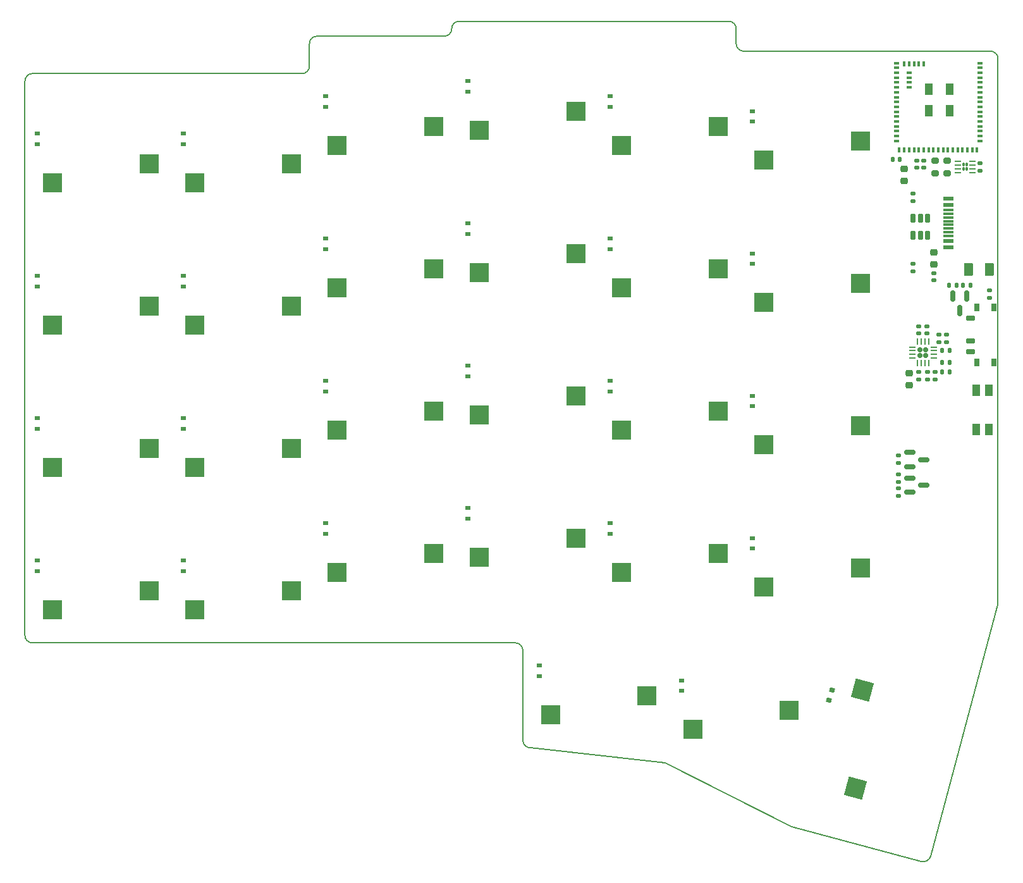
<source format=gbr>
%TF.GenerationSoftware,KiCad,Pcbnew,(6.0.4)*%
%TF.CreationDate,2022-08-07T10:29:28-07:00*%
%TF.ProjectId,Conejo,436f6e65-6a6f-42e6-9b69-6361645f7063,v1.0.0*%
%TF.SameCoordinates,Original*%
%TF.FileFunction,Paste,Bot*%
%TF.FilePolarity,Positive*%
%FSLAX46Y46*%
G04 Gerber Fmt 4.6, Leading zero omitted, Abs format (unit mm)*
G04 Created by KiCad (PCBNEW (6.0.4)) date 2022-08-07 10:29:28*
%MOMM*%
%LPD*%
G01*
G04 APERTURE LIST*
G04 Aperture macros list*
%AMRoundRect*
0 Rectangle with rounded corners*
0 $1 Rounding radius*
0 $2 $3 $4 $5 $6 $7 $8 $9 X,Y pos of 4 corners*
0 Add a 4 corners polygon primitive as box body*
4,1,4,$2,$3,$4,$5,$6,$7,$8,$9,$2,$3,0*
0 Add four circle primitives for the rounded corners*
1,1,$1+$1,$2,$3*
1,1,$1+$1,$4,$5*
1,1,$1+$1,$6,$7*
1,1,$1+$1,$8,$9*
0 Add four rect primitives between the rounded corners*
20,1,$1+$1,$2,$3,$4,$5,0*
20,1,$1+$1,$4,$5,$6,$7,0*
20,1,$1+$1,$6,$7,$8,$9,0*
20,1,$1+$1,$8,$9,$2,$3,0*%
%AMRotRect*
0 Rectangle, with rotation*
0 The origin of the aperture is its center*
0 $1 length*
0 $2 width*
0 $3 Rotation angle, in degrees counterclockwise*
0 Add horizontal line*
21,1,$1,$2,0,0,$3*%
G04 Aperture macros list end*
%TA.AperFunction,Profile*%
%ADD10C,0.150000*%
%TD*%
%ADD11R,0.700000X0.600000*%
%ADD12R,2.550000X2.500000*%
%ADD13RoundRect,0.090000X0.535000X-0.210000X0.535000X0.210000X-0.535000X0.210000X-0.535000X-0.210000X0*%
%ADD14RoundRect,0.105000X-0.245000X-0.445000X0.245000X-0.445000X0.245000X0.445000X-0.245000X0.445000X0*%
%ADD15R,1.000000X1.550000*%
%ADD16R,1.450000X0.600000*%
%ADD17R,1.450000X0.300000*%
%ADD18RotRect,0.600000X0.700000X255.000000*%
%ADD19RoundRect,0.140000X-0.170000X0.140000X-0.170000X-0.140000X0.170000X-0.140000X0.170000X0.140000X0*%
%ADD20RoundRect,0.218750X-0.256250X0.218750X-0.256250X-0.218750X0.256250X-0.218750X0.256250X0.218750X0*%
%ADD21RoundRect,0.147500X-0.172500X0.147500X-0.172500X-0.147500X0.172500X-0.147500X0.172500X0.147500X0*%
%ADD22RoundRect,0.140000X0.170000X-0.140000X0.170000X0.140000X-0.170000X0.140000X-0.170000X-0.140000X0*%
%ADD23RoundRect,0.135000X-0.185000X0.135000X-0.185000X-0.135000X0.185000X-0.135000X0.185000X0.135000X0*%
%ADD24RoundRect,0.150000X-0.150000X0.475000X-0.150000X-0.475000X0.150000X-0.475000X0.150000X0.475000X0*%
%ADD25RoundRect,0.135000X0.185000X-0.135000X0.185000X0.135000X-0.185000X0.135000X-0.185000X-0.135000X0*%
%ADD26RoundRect,0.200000X-0.275000X0.200000X-0.275000X-0.200000X0.275000X-0.200000X0.275000X0.200000X0*%
%ADD27RoundRect,0.135000X0.135000X0.185000X-0.135000X0.185000X-0.135000X-0.185000X0.135000X-0.185000X0*%
%ADD28RoundRect,0.160000X0.160000X-0.160000X0.160000X0.160000X-0.160000X0.160000X-0.160000X-0.160000X0*%
%ADD29RoundRect,0.062500X0.062500X-0.375000X0.062500X0.375000X-0.062500X0.375000X-0.062500X-0.375000X0*%
%ADD30RoundRect,0.062500X0.375000X-0.062500X0.375000X0.062500X-0.375000X0.062500X-0.375000X-0.062500X0*%
%ADD31RoundRect,0.250000X0.375000X0.625000X-0.375000X0.625000X-0.375000X-0.625000X0.375000X-0.625000X0*%
%ADD32RoundRect,0.135000X-0.135000X-0.185000X0.135000X-0.185000X0.135000X0.185000X-0.135000X0.185000X0*%
%ADD33RoundRect,0.140000X-0.140000X-0.170000X0.140000X-0.170000X0.140000X0.170000X-0.140000X0.170000X0*%
%ADD34RoundRect,0.150000X-0.150000X0.587500X-0.150000X-0.587500X0.150000X-0.587500X0.150000X0.587500X0*%
%ADD35R,0.800000X0.350000*%
%ADD36R,0.350000X0.800000*%
%ADD37R,1.000000X1.500000*%
%ADD38RotRect,2.550000X2.500000X75.000000*%
%ADD39RotRect,2.550000X2.500000X255.000000*%
%ADD40RoundRect,0.150000X-0.587500X-0.150000X0.587500X-0.150000X0.587500X0.150000X-0.587500X0.150000X0*%
%ADD41RoundRect,0.080000X0.080000X0.160000X-0.080000X0.160000X-0.080000X-0.160000X0.080000X-0.160000X0*%
%ADD42RoundRect,0.062500X0.325000X0.062500X-0.325000X0.062500X-0.325000X-0.062500X0.325000X-0.062500X0*%
G04 APERTURE END LIST*
D10*
X85725000Y13525000D02*
X85725000Y11525000D01*
X93101679Y-93260414D02*
X76199999Y-84725000D01*
X57150000Y-69675000D02*
G75*
G03*
X56150001Y-68675000I-1000000J0D01*
G01*
X29575000Y12528800D02*
X46625000Y12525000D01*
X56150001Y-68675000D02*
X-8525000Y-68674999D01*
X48625000Y14525000D02*
G75*
G03*
X47625000Y13525000I0J-1000000D01*
G01*
X27575000Y7525000D02*
X-8525000Y7525000D01*
X28575000Y11528800D02*
X28575000Y8525000D01*
X85725000Y11525000D02*
G75*
G03*
X86725000Y10525000I1000000J0D01*
G01*
X57150000Y-81725000D02*
G75*
G03*
X58150000Y-82725000I1000000J0D01*
G01*
X-9525000Y-67675000D02*
X-9525000Y6525000D01*
X-8525000Y7525000D02*
G75*
G03*
X-9525000Y6525000I-1J-999999D01*
G01*
X-9525000Y-67675000D02*
G75*
G03*
X-8525000Y-68674999I1000001J2D01*
G01*
X46625000Y12525000D02*
G75*
G03*
X47625000Y13525000I0J1000000D01*
G01*
X29575000Y12528800D02*
G75*
G03*
X28575000Y11528800I0J-1000000D01*
G01*
X120775000Y9525000D02*
G75*
G03*
X119775000Y10525000I-1000000J0D01*
G01*
X57150000Y-81725000D02*
X57150001Y-69675000D01*
X93101679Y-93260414D02*
X110536640Y-97932098D01*
X86725000Y10525000D02*
X119775000Y10525000D01*
X110536648Y-97932067D02*
G75*
G03*
X111761384Y-97224991I258852J965867D01*
G01*
X84725000Y14525000D02*
X48625000Y14525000D01*
X76199999Y-84725000D02*
X58150000Y-82725000D01*
X27575000Y7525000D02*
G75*
G03*
X28575000Y8525000I0J1000000D01*
G01*
X85725000Y13525000D02*
G75*
G03*
X84725000Y14525000I-1000000J0D01*
G01*
X120775000Y9525000D02*
X120775000Y-63575000D01*
X120775000Y-63575000D02*
X111761384Y-97224991D01*
D11*
%TO.C,D21*%
X68875000Y-14550000D03*
X68875000Y-15950000D03*
%TD*%
D12*
%TO.C,SW9*%
X13235000Y-64230000D03*
X13235000Y-64230000D03*
X26135000Y-61690000D03*
X26135000Y-61690000D03*
%TD*%
%TO.C,SW14*%
X64235000Y2460000D03*
X64235000Y2460000D03*
X51335000Y-80000D03*
X51335000Y-80000D03*
%TD*%
D11*
%TO.C,D8*%
X11725000Y-19550000D03*
X11725000Y-20950000D03*
%TD*%
%TO.C,D4*%
X-7825000Y-19550000D03*
X-7825000Y-20950000D03*
%TD*%
D12*
%TO.C,SW4*%
X7085000Y-42640000D03*
X7085000Y-42640000D03*
X-5815000Y-45180000D03*
X-5815000Y-45180000D03*
%TD*%
%TO.C,SW25*%
X102335000Y-20590000D03*
X89435000Y-23130000D03*
X102335000Y-20590000D03*
X89435000Y-23130000D03*
%TD*%
%TO.C,SW21*%
X70385000Y-40180000D03*
X70385000Y-40180000D03*
X83285000Y-37640000D03*
X83285000Y-37640000D03*
%TD*%
D13*
%TO.C,SW1*%
X117075000Y-25225000D03*
X117075000Y-28225000D03*
X117075000Y-29725000D03*
D14*
X117925000Y-23775000D03*
X117925000Y-31175000D03*
X120225000Y-31175000D03*
X120225000Y-23775000D03*
%TD*%
D11*
%TO.C,D17*%
X49825000Y-31600000D03*
X49825000Y-33000000D03*
%TD*%
%TO.C,D28*%
X87925000Y-54650000D03*
X87925000Y-56050000D03*
%TD*%
%TO.C,D6*%
X-7825000Y-57650000D03*
X-7825000Y-59050000D03*
%TD*%
%TO.C,D5*%
X-7825000Y-38600000D03*
X-7825000Y-40000000D03*
%TD*%
D12*
%TO.C,SW18*%
X60860000Y-78280000D03*
X60860000Y-78280000D03*
X73760000Y-75740000D03*
X73760000Y-75740000D03*
%TD*%
D11*
%TO.C,D9*%
X11725000Y-38600000D03*
X11725000Y-40000000D03*
%TD*%
%TO.C,D16*%
X49825000Y-12550000D03*
X49825000Y-13950000D03*
%TD*%
D12*
%TO.C,SW10*%
X32285000Y-2080000D03*
X45185000Y460000D03*
X32285000Y-2080000D03*
X45185000Y460000D03*
%TD*%
D11*
%TO.C,D18*%
X49825000Y-50650000D03*
X49825000Y-52050000D03*
%TD*%
%TO.C,D19*%
X59350000Y-71700000D03*
X59350000Y-73100000D03*
%TD*%
%TO.C,D20*%
X68875000Y4500000D03*
X68875000Y3100000D03*
%TD*%
D12*
%TO.C,SW6*%
X26135000Y-4540000D03*
X26135000Y-4540000D03*
X13235000Y-7080000D03*
X13235000Y-7080000D03*
%TD*%
%TO.C,SW11*%
X32285000Y-21130000D03*
X32285000Y-21130000D03*
X45185000Y-18590000D03*
X45185000Y-18590000D03*
%TD*%
D15*
%TO.C,SW29*%
X119525000Y-34850000D03*
X119525000Y-40100000D03*
X117825000Y-34850000D03*
X117825000Y-40100000D03*
%TD*%
D11*
%TO.C,D15*%
X49825000Y6500000D03*
X49825000Y5100000D03*
%TD*%
%TO.C,D12*%
X30775000Y-14550000D03*
X30775000Y-15950000D03*
%TD*%
D12*
%TO.C,SW24*%
X89435000Y-4080000D03*
X89435000Y-4080000D03*
X102335000Y-1540000D03*
X102335000Y-1540000D03*
%TD*%
%TO.C,SW27*%
X102335000Y-58690002D03*
X102335000Y-58690002D03*
X89435000Y-61230002D03*
X89435000Y-61230002D03*
%TD*%
%TO.C,SW8*%
X13235000Y-45180000D03*
X26135000Y-42640000D03*
X26135000Y-42640000D03*
X13235000Y-45180000D03*
%TD*%
D11*
%TO.C,D22*%
X68875000Y-33600000D03*
X68875000Y-35000000D03*
%TD*%
D12*
%TO.C,SW5*%
X7085000Y-61690000D03*
X-5815000Y-64230000D03*
X7085000Y-61690000D03*
X-5815000Y-64230000D03*
%TD*%
%TO.C,SW19*%
X83285000Y460000D03*
X70385000Y-2080000D03*
X70385000Y-2080000D03*
X83285000Y460000D03*
%TD*%
%TO.C,SW23*%
X92810000Y-77740000D03*
X79910000Y-80280000D03*
X92810000Y-77740000D03*
X79910000Y-80280000D03*
%TD*%
%TO.C,SW16*%
X64235000Y-35639999D03*
X51335000Y-38179999D03*
X51335000Y-38179999D03*
X64235000Y-35639999D03*
%TD*%
%TO.C,SW7*%
X13235000Y-26129999D03*
X26135000Y-23589999D03*
X26135000Y-23589999D03*
X13235000Y-26129999D03*
%TD*%
D11*
%TO.C,D3*%
X-7825000Y-500000D03*
X-7825000Y-1900000D03*
%TD*%
D12*
%TO.C,SW20*%
X70385000Y-21130000D03*
X83285000Y-18590000D03*
X83285000Y-18590000D03*
X70385000Y-21130000D03*
%TD*%
D11*
%TO.C,D23*%
X68875000Y-52650000D03*
X68875000Y-54050000D03*
%TD*%
D12*
%TO.C,SW15*%
X64235002Y-16590000D03*
X64235002Y-16590000D03*
X51335002Y-19130000D03*
X51335002Y-19130000D03*
%TD*%
%TO.C,SW26*%
X89435000Y-42180000D03*
X102335000Y-39640000D03*
X89435000Y-42180000D03*
X102335000Y-39640000D03*
%TD*%
D11*
%TO.C,D13*%
X30775000Y-33600000D03*
X30775000Y-35000000D03*
%TD*%
%TO.C,D7*%
X11725000Y-500000D03*
X11725000Y-1900000D03*
%TD*%
%TO.C,D26*%
X87925000Y-16550000D03*
X87925000Y-17950000D03*
%TD*%
%TO.C,D14*%
X30775000Y-52650000D03*
X30775000Y-54050000D03*
%TD*%
%TO.C,D25*%
X87924996Y2500000D03*
X87924996Y1100000D03*
%TD*%
D12*
%TO.C,SW17*%
X51335000Y-57230000D03*
X51335000Y-57230000D03*
X64235000Y-54690000D03*
X64235000Y-54690000D03*
%TD*%
D16*
%TO.C,J2*%
X114180000Y-9225000D03*
X114180000Y-10025000D03*
D17*
X114180000Y-14225000D03*
X114180000Y-12225000D03*
X114180000Y-12725000D03*
X114180000Y-13725000D03*
D16*
X114180000Y-14925000D03*
X114180000Y-15725000D03*
X114180000Y-15725000D03*
X114180000Y-14925000D03*
D17*
X114180000Y-11225000D03*
X114180000Y-13225000D03*
X114180000Y-11725000D03*
X114180000Y-10725000D03*
D16*
X114180000Y-10025000D03*
X114180000Y-9225000D03*
%TD*%
D12*
%TO.C,SW22*%
X70385000Y-59230000D03*
X83285000Y-56690000D03*
X83285000Y-56690000D03*
X70385000Y-59230000D03*
%TD*%
D18*
%TO.C,D29*%
X98523117Y-74980777D03*
X98160771Y-76333073D03*
%TD*%
D11*
%TO.C,D10*%
X11725000Y-57650000D03*
X11725000Y-59050000D03*
%TD*%
D12*
%TO.C,SW2*%
X7085000Y-4540000D03*
X-5815000Y-7080000D03*
X-5815000Y-7080000D03*
X7085000Y-4540000D03*
%TD*%
%TO.C,SW3*%
X7085000Y-23590000D03*
X-5815000Y-26130000D03*
X7085000Y-23590000D03*
X-5815000Y-26130000D03*
%TD*%
D11*
%TO.C,D27*%
X87925000Y-35600000D03*
X87925000Y-37000000D03*
%TD*%
D12*
%TO.C,SW12*%
X45185000Y-37640000D03*
X32285000Y-40180000D03*
X32285000Y-40180000D03*
X45185000Y-37640000D03*
%TD*%
D11*
%TO.C,D11*%
X30775000Y4500000D03*
X30775000Y3100000D03*
%TD*%
D12*
%TO.C,SW13*%
X45185000Y-56690000D03*
X45185000Y-56690000D03*
X32285000Y-59230000D03*
X32285000Y-59230000D03*
%TD*%
D11*
%TO.C,D24*%
X78400000Y-73700000D03*
X78400000Y-75100000D03*
%TD*%
D19*
%TO.C,C8*%
X110875000Y-4095000D03*
X110875000Y-5055000D03*
%TD*%
D20*
%TO.C,L1*%
X108225000Y-5237500D03*
X108225000Y-6812500D03*
%TD*%
D21*
%TO.C,FB1*%
X112175000Y-19190000D03*
X112175000Y-20160000D03*
%TD*%
D22*
%TO.C,C4*%
X110175000Y-27281200D03*
X110175000Y-26321200D03*
%TD*%
D23*
%TO.C,R13*%
X107475000Y-46165000D03*
X107475000Y-47185000D03*
%TD*%
D24*
%TO.C,U3*%
X109425000Y-11800000D03*
X110375000Y-11800000D03*
X111325000Y-11800000D03*
X111325000Y-14150000D03*
X110375000Y-14150000D03*
X109425000Y-14150000D03*
%TD*%
D19*
%TO.C,C9*%
X109875000Y-4095000D03*
X109875000Y-5055000D03*
%TD*%
D25*
%TO.C,R6*%
X112325000Y-33435000D03*
X112325000Y-32415000D03*
%TD*%
D26*
%TO.C,R12*%
X112375000Y-4150000D03*
X112375000Y-5800000D03*
%TD*%
D27*
%TO.C,R1*%
X114302000Y-29575000D03*
X113282000Y-29575000D03*
%TD*%
%TO.C,R3*%
X114302000Y-32425000D03*
X113282000Y-32425000D03*
%TD*%
D28*
%TO.C,U1*%
X110325000Y-30225000D03*
X110325000Y-29425000D03*
X111125000Y-30225000D03*
X111125000Y-29425000D03*
D29*
X111475000Y-31262500D03*
X110975000Y-31262500D03*
X110475000Y-31262500D03*
X109975000Y-31262500D03*
D30*
X109287500Y-30575000D03*
X109287500Y-30075000D03*
X109287500Y-29575000D03*
X109287500Y-29075000D03*
D29*
X109975000Y-28387500D03*
X110475000Y-28387500D03*
X110975000Y-28387500D03*
X111475000Y-28387500D03*
D30*
X112162500Y-29075000D03*
X112162500Y-29575000D03*
X112162500Y-30075000D03*
X112162500Y-30575000D03*
%TD*%
D31*
%TO.C,D1*%
X119625000Y-18725000D03*
X116825000Y-18725000D03*
%TD*%
D19*
%TO.C,C6*%
X111325000Y-32445000D03*
X111325000Y-33405000D03*
%TD*%
D32*
%TO.C,R4*%
X114215000Y-20775000D03*
X115235000Y-20775000D03*
%TD*%
D20*
%TO.C,F1*%
X108875000Y-32587500D03*
X108875000Y-34162500D03*
%TD*%
D22*
%TO.C,C3*%
X111275000Y-27281200D03*
X111275000Y-26321200D03*
%TD*%
D25*
%TO.C,R7*%
X119625000Y-22485000D03*
X119625000Y-21465000D03*
%TD*%
D33*
%TO.C,C10*%
X106657200Y-3975000D03*
X107617200Y-3975000D03*
%TD*%
D25*
%TO.C,R10*%
X107475000Y-48985000D03*
X107475000Y-47965000D03*
%TD*%
D34*
%TO.C,Q1*%
X114725000Y-22287500D03*
X116625000Y-22287500D03*
X115675000Y-24162500D03*
%TD*%
D35*
%TO.C,U4*%
X118375000Y8925000D03*
X118375000Y8275000D03*
X118375000Y7625000D03*
X118375000Y6975000D03*
X118375000Y6325000D03*
X118375000Y5675000D03*
X118375000Y5025000D03*
X118375000Y4375000D03*
X118375000Y3725000D03*
X118375000Y3075000D03*
X118375000Y2425000D03*
X118375000Y1775000D03*
X118375000Y1125000D03*
X118375000Y475000D03*
X118375000Y-175000D03*
X118375000Y-825000D03*
X118375000Y-1475000D03*
D36*
X117975000Y-2675000D03*
X117325000Y-2675000D03*
X116675000Y-2675000D03*
X116025000Y-2675000D03*
X115375000Y-2675000D03*
X114725000Y-2675000D03*
X114075000Y-2675000D03*
X113425000Y-2675000D03*
X112775000Y-2675000D03*
X112125000Y-2675000D03*
X111475000Y-2675000D03*
X110825000Y-2675000D03*
X110175000Y-2675000D03*
X109525000Y-2675000D03*
X108875000Y-2675000D03*
X108225000Y-2675000D03*
X107575000Y-2675000D03*
D35*
X107175000Y-1475000D03*
X107175000Y-825000D03*
X107175000Y-175000D03*
X107175000Y475000D03*
X107175000Y1125000D03*
X107175000Y1775000D03*
X107175000Y2425000D03*
X107175000Y3075000D03*
X107175000Y3725000D03*
X107175000Y4375000D03*
X107175000Y5025000D03*
X107175000Y5675000D03*
X107175000Y6325000D03*
X107175000Y6975000D03*
X107175000Y7625000D03*
X107175000Y8275000D03*
X107175000Y8925000D03*
D36*
X108225000Y8825000D03*
X108875000Y8825000D03*
X109525000Y8825000D03*
X110175000Y8825000D03*
X110825000Y8825000D03*
D35*
X108875000Y7625000D03*
X108875000Y6975000D03*
X108875000Y6325000D03*
X108875000Y5675000D03*
D37*
X114325000Y5425000D03*
X114325000Y2575000D03*
X111525000Y2575000D03*
X111525000Y5425000D03*
%TD*%
D27*
%TO.C,R2*%
X114302000Y-31125000D03*
X113282000Y-31125000D03*
%TD*%
D38*
%TO.C,SW28*%
X101712815Y-88111184D03*
D39*
X102598130Y-74993341D03*
X101712815Y-88111184D03*
%TD*%
D19*
%TO.C,C7*%
X110125000Y-32445000D03*
X110125000Y-33405000D03*
%TD*%
%TO.C,C2*%
X113875000Y-27445000D03*
X113875000Y-28405000D03*
%TD*%
D40*
%TO.C,Q3*%
X108937500Y-45100000D03*
X108937500Y-43200000D03*
X110812500Y-44150000D03*
%TD*%
D26*
%TO.C,R11*%
X113975000Y-4150000D03*
X113975000Y-5800000D03*
%TD*%
D22*
%TO.C,C1*%
X112875000Y-28405000D03*
X112875000Y-27445000D03*
%TD*%
D20*
%TO.C,F2*%
X112175000Y-16437500D03*
X112175000Y-18012500D03*
%TD*%
D23*
%TO.C,R8*%
X109423200Y-8565000D03*
X109423200Y-9585000D03*
%TD*%
D25*
%TO.C,R14*%
X107475000Y-44635000D03*
X107475000Y-43615000D03*
%TD*%
D27*
%TO.C,R5*%
X117110000Y-20775000D03*
X116090000Y-20775000D03*
%TD*%
D23*
%TO.C,R9*%
X109425000Y-17965000D03*
X109425000Y-18985000D03*
%TD*%
D40*
%TO.C,Q2*%
X108937500Y-48525000D03*
X108937500Y-46625000D03*
X110812500Y-47575000D03*
%TD*%
D19*
%TO.C,C5*%
X118375000Y-4495000D03*
X118375000Y-5455000D03*
%TD*%
D41*
%TO.C,U2*%
X116175000Y-5275000D03*
X116575000Y-5275000D03*
X116175000Y-4675000D03*
X116575000Y-4675000D03*
D42*
X117362500Y-4225000D03*
X117362500Y-4725000D03*
X117362500Y-5225000D03*
X117362500Y-5725000D03*
X115387500Y-5725000D03*
X115387500Y-5225000D03*
X115387500Y-4725000D03*
X115387500Y-4225000D03*
%TD*%
M02*

</source>
